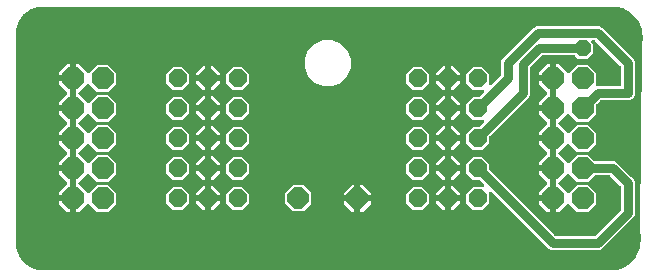
<source format=gbl>
G04 EAGLE Gerber X2 export*
%TF.Part,Single*%
%TF.FileFunction,Other,Bottom Copper*%
%TF.FilePolarity,Positive*%
%TF.GenerationSoftware,Autodesk,EAGLE,8.7.1*%
%TF.CreationDate,2018-03-26T18:39:30Z*%
G75*
%MOMM*%
%FSLAX34Y34*%
%LPD*%
%AMOC8*
5,1,8,0,0,1.08239X$1,22.5*%
G01*
%ADD10P,1.649562X8X22.500000*%
%ADD11P,1.649562X8X202.500000*%
%ADD12P,1.938236X8X112.500000*%
%ADD13P,2.034460X8X112.500000*%
%ADD14C,0.762000*%
%ADD15P,1.443367X8X22.500000*%

G36*
X524086Y-22846D02*
X524086Y-22846D01*
X524194Y-22841D01*
X524272Y-22822D01*
X524293Y-22819D01*
X524309Y-22813D01*
X524351Y-22803D01*
X527854Y-21727D01*
X527917Y-21698D01*
X527983Y-21679D01*
X528127Y-21606D01*
X534952Y-17573D01*
X535046Y-17500D01*
X535144Y-17433D01*
X535187Y-17390D01*
X535203Y-17378D01*
X535216Y-17362D01*
X535258Y-17320D01*
X540503Y-11374D01*
X540570Y-11276D01*
X540643Y-11182D01*
X540670Y-11128D01*
X540682Y-11111D01*
X540689Y-11092D01*
X540716Y-11039D01*
X543867Y-3764D01*
X543900Y-3650D01*
X543940Y-3538D01*
X543950Y-3478D01*
X543956Y-3459D01*
X543956Y-3438D01*
X543966Y-3379D01*
X544714Y4513D01*
X544712Y4583D01*
X544720Y4651D01*
X544707Y4812D01*
X544285Y7786D01*
X544284Y7791D01*
X544284Y7795D01*
X544277Y7818D01*
X544276Y7840D01*
X544240Y7949D01*
X544201Y8093D01*
X544199Y8097D01*
X544198Y8101D01*
X544183Y8127D01*
X544178Y8142D01*
X544132Y8214D01*
X544120Y8235D01*
X544061Y8339D01*
X544066Y8985D01*
X544058Y9049D01*
X544060Y9113D01*
X544035Y9272D01*
X543899Y9881D01*
X543929Y9944D01*
X543985Y10043D01*
X543996Y10088D01*
X544016Y10129D01*
X544037Y10240D01*
X544067Y10351D01*
X544072Y10420D01*
X544076Y10441D01*
X544074Y10460D01*
X544078Y10511D01*
X545330Y167196D01*
X545316Y167319D01*
X545308Y167443D01*
X545297Y167477D01*
X545293Y167512D01*
X545248Y167627D01*
X545210Y167746D01*
X545185Y167791D01*
X545178Y167809D01*
X545170Y167821D01*
X545312Y168459D01*
X545317Y168512D01*
X545331Y168564D01*
X545343Y168725D01*
X545348Y169417D01*
X545390Y169470D01*
X545396Y169484D01*
X545405Y169495D01*
X545460Y169629D01*
X545519Y169761D01*
X545521Y169776D01*
X545527Y169789D01*
X545559Y169947D01*
X545977Y172888D01*
X545978Y172957D01*
X545989Y173026D01*
X545984Y173187D01*
X545236Y181079D01*
X545210Y181195D01*
X545191Y181312D01*
X545171Y181370D01*
X545166Y181390D01*
X545157Y181408D01*
X545137Y181464D01*
X541986Y188739D01*
X541925Y188841D01*
X541872Y188947D01*
X541834Y188995D01*
X541824Y189013D01*
X541809Y189027D01*
X541773Y189074D01*
X536528Y195020D01*
X536439Y195098D01*
X536355Y195182D01*
X536326Y195202D01*
X536319Y195209D01*
X536305Y195216D01*
X536289Y195230D01*
X536271Y195239D01*
X536222Y195273D01*
X529397Y199306D01*
X529333Y199334D01*
X529274Y199370D01*
X529124Y199427D01*
X525621Y200503D01*
X525514Y200522D01*
X525408Y200549D01*
X525329Y200554D01*
X525307Y200558D01*
X525291Y200557D01*
X525248Y200559D01*
X38000Y200559D01*
X37978Y200557D01*
X37900Y200555D01*
X34539Y200291D01*
X34471Y200277D01*
X34402Y200273D01*
X34246Y200233D01*
X27852Y198155D01*
X27744Y198104D01*
X27634Y198061D01*
X27582Y198028D01*
X27564Y198019D01*
X27548Y198007D01*
X27498Y197975D01*
X22058Y194023D01*
X21972Y193941D01*
X21880Y193866D01*
X21841Y193819D01*
X21826Y193805D01*
X21815Y193788D01*
X21777Y193742D01*
X17825Y188302D01*
X17768Y188198D01*
X17705Y188098D01*
X17682Y188042D01*
X17672Y188024D01*
X17667Y188004D01*
X17645Y187948D01*
X15567Y181554D01*
X15554Y181486D01*
X15532Y181421D01*
X15509Y181261D01*
X15245Y177900D01*
X15246Y177878D01*
X15241Y177800D01*
X15241Y0D01*
X15243Y-22D01*
X15245Y-100D01*
X15510Y-3477D01*
X15524Y-3545D01*
X15529Y-3614D01*
X15569Y-3770D01*
X17656Y-10194D01*
X17706Y-10301D01*
X17750Y-10412D01*
X17783Y-10463D01*
X17791Y-10482D01*
X17804Y-10497D01*
X17836Y-10548D01*
X21807Y-16012D01*
X21827Y-16034D01*
X21838Y-16052D01*
X21884Y-16095D01*
X21888Y-16099D01*
X21964Y-16191D01*
X22010Y-16229D01*
X22024Y-16244D01*
X22042Y-16255D01*
X22088Y-16293D01*
X27296Y-20078D01*
X27552Y-20264D01*
X27656Y-20321D01*
X27756Y-20385D01*
X27813Y-20407D01*
X27831Y-20417D01*
X27851Y-20422D01*
X27906Y-20444D01*
X34330Y-22531D01*
X34398Y-22544D01*
X34464Y-22567D01*
X34623Y-22590D01*
X38000Y-22855D01*
X38022Y-22854D01*
X38100Y-22859D01*
X523978Y-22859D01*
X524086Y-22846D01*
G37*
%LPC*%
G36*
X468738Y-5843D02*
X468738Y-5843D01*
X466590Y-4953D01*
X418219Y43418D01*
X418110Y43503D01*
X418003Y43592D01*
X417984Y43600D01*
X417968Y43613D01*
X417840Y43668D01*
X417715Y43727D01*
X417695Y43731D01*
X417676Y43739D01*
X417538Y43761D01*
X417402Y43787D01*
X417382Y43786D01*
X417362Y43789D01*
X417223Y43776D01*
X417085Y43767D01*
X417066Y43761D01*
X417046Y43759D01*
X416914Y43712D01*
X416783Y43669D01*
X416765Y43658D01*
X416746Y43651D01*
X416631Y43573D01*
X416514Y43499D01*
X416500Y43484D01*
X416483Y43473D01*
X416391Y43369D01*
X416296Y43267D01*
X416286Y43250D01*
X416273Y43234D01*
X416209Y43110D01*
X416142Y42989D01*
X416137Y42969D01*
X416128Y42951D01*
X416098Y42815D01*
X416063Y42681D01*
X416061Y42653D01*
X416058Y42641D01*
X416059Y42620D01*
X416053Y42520D01*
X416053Y34102D01*
X410398Y28447D01*
X402402Y28447D01*
X396747Y34102D01*
X396747Y42098D01*
X402402Y47753D01*
X410820Y47753D01*
X410958Y47770D01*
X411097Y47783D01*
X411116Y47790D01*
X411136Y47793D01*
X411265Y47844D01*
X411396Y47891D01*
X411413Y47902D01*
X411431Y47910D01*
X411544Y47991D01*
X411659Y48069D01*
X411672Y48085D01*
X411689Y48096D01*
X411778Y48204D01*
X411869Y48308D01*
X411879Y48326D01*
X411892Y48341D01*
X411951Y48467D01*
X412014Y48591D01*
X412018Y48611D01*
X412027Y48629D01*
X412053Y48765D01*
X412084Y48901D01*
X412083Y48922D01*
X412087Y48941D01*
X412078Y49080D01*
X412074Y49219D01*
X412068Y49239D01*
X412067Y49259D01*
X412024Y49391D01*
X411986Y49525D01*
X411975Y49542D01*
X411969Y49561D01*
X411895Y49679D01*
X411824Y49799D01*
X411805Y49820D01*
X411799Y49830D01*
X411784Y49844D01*
X411718Y49919D01*
X408162Y53476D01*
X408083Y53536D01*
X408011Y53604D01*
X407958Y53633D01*
X407910Y53670D01*
X407819Y53710D01*
X407733Y53758D01*
X407674Y53773D01*
X407619Y53797D01*
X407521Y53812D01*
X407425Y53837D01*
X407325Y53843D01*
X407304Y53847D01*
X407292Y53845D01*
X407264Y53847D01*
X402402Y53847D01*
X396747Y59502D01*
X396747Y67498D01*
X402402Y73153D01*
X410398Y73153D01*
X416053Y67498D01*
X416053Y62636D01*
X416065Y62538D01*
X416068Y62439D01*
X416085Y62380D01*
X416093Y62320D01*
X416129Y62228D01*
X416157Y62133D01*
X416187Y62081D01*
X416210Y62025D01*
X416268Y61945D01*
X416318Y61859D01*
X416384Y61784D01*
X416396Y61767D01*
X416406Y61760D01*
X416424Y61738D01*
X471948Y6214D01*
X472027Y6154D01*
X472099Y6086D01*
X472152Y6057D01*
X472200Y6020D01*
X472291Y5980D01*
X472377Y5932D01*
X472436Y5917D01*
X472492Y5893D01*
X472589Y5878D01*
X472685Y5853D01*
X472785Y5847D01*
X472806Y5843D01*
X472818Y5845D01*
X472846Y5843D01*
X505054Y5843D01*
X505152Y5855D01*
X505251Y5858D01*
X505310Y5875D01*
X505370Y5883D01*
X505462Y5919D01*
X505557Y5947D01*
X505609Y5977D01*
X505665Y6000D01*
X505745Y6058D01*
X505831Y6108D01*
X505906Y6174D01*
X505923Y6186D01*
X505930Y6196D01*
X505952Y6214D01*
X527186Y27448D01*
X527246Y27527D01*
X527314Y27599D01*
X527343Y27652D01*
X527380Y27700D01*
X527420Y27791D01*
X527468Y27877D01*
X527483Y27936D01*
X527507Y27992D01*
X527522Y28089D01*
X527547Y28185D01*
X527553Y28285D01*
X527557Y28306D01*
X527555Y28318D01*
X527557Y28346D01*
X527557Y47854D01*
X527545Y47952D01*
X527542Y48051D01*
X527525Y48110D01*
X527517Y48170D01*
X527481Y48262D01*
X527453Y48357D01*
X527423Y48409D01*
X527400Y48465D01*
X527342Y48545D01*
X527292Y48631D01*
X527226Y48706D01*
X527214Y48723D01*
X527204Y48730D01*
X527186Y48752D01*
X518652Y57286D01*
X518573Y57346D01*
X518501Y57414D01*
X518448Y57443D01*
X518400Y57480D01*
X518309Y57520D01*
X518223Y57568D01*
X518164Y57583D01*
X518108Y57607D01*
X518011Y57622D01*
X517915Y57647D01*
X517815Y57653D01*
X517794Y57657D01*
X517782Y57655D01*
X517754Y57657D01*
X506148Y57657D01*
X506050Y57645D01*
X505951Y57642D01*
X505893Y57625D01*
X505833Y57617D01*
X505741Y57581D01*
X505646Y57553D01*
X505594Y57523D01*
X505537Y57500D01*
X505457Y57442D01*
X505372Y57392D01*
X505296Y57326D01*
X505280Y57314D01*
X505272Y57304D01*
X505251Y57286D01*
X500035Y52069D01*
X490565Y52069D01*
X483857Y58778D01*
X483763Y58851D01*
X483673Y58930D01*
X483637Y58948D01*
X483605Y58973D01*
X483496Y59020D01*
X483390Y59074D01*
X483351Y59083D01*
X483314Y59099D01*
X483196Y59118D01*
X483080Y59144D01*
X483040Y59143D01*
X483000Y59149D01*
X482881Y59138D01*
X482762Y59134D01*
X482723Y59123D01*
X482683Y59119D01*
X482571Y59079D01*
X482457Y59046D01*
X482422Y59025D01*
X482384Y59012D01*
X482285Y58945D01*
X482183Y58884D01*
X482137Y58844D01*
X482120Y58833D01*
X482107Y58818D01*
X482062Y58778D01*
X474981Y51698D01*
X474908Y51603D01*
X474830Y51514D01*
X474811Y51478D01*
X474786Y51446D01*
X474739Y51337D01*
X474685Y51231D01*
X474676Y51192D01*
X474660Y51154D01*
X474641Y51037D01*
X474615Y50921D01*
X474617Y50880D01*
X474610Y50840D01*
X474621Y50722D01*
X474625Y50603D01*
X474636Y50564D01*
X474640Y50524D01*
X474680Y50411D01*
X474713Y50297D01*
X474734Y50263D01*
X474748Y50224D01*
X474815Y50126D01*
X474875Y50023D01*
X474915Y49978D01*
X474926Y49961D01*
X474942Y49948D01*
X474981Y49903D01*
X482062Y42822D01*
X482156Y42749D01*
X482245Y42670D01*
X482281Y42652D01*
X482313Y42627D01*
X482422Y42580D01*
X482528Y42526D01*
X482568Y42517D01*
X482605Y42501D01*
X482723Y42482D01*
X482839Y42456D01*
X482879Y42457D01*
X482919Y42451D01*
X483038Y42462D01*
X483156Y42466D01*
X483195Y42477D01*
X483236Y42481D01*
X483348Y42521D01*
X483462Y42554D01*
X483497Y42575D01*
X483535Y42588D01*
X483634Y42655D01*
X483736Y42716D01*
X483781Y42756D01*
X483798Y42767D01*
X483811Y42782D01*
X483857Y42822D01*
X490565Y49531D01*
X500035Y49531D01*
X506731Y42835D01*
X506731Y33365D01*
X500035Y26669D01*
X490565Y26669D01*
X483857Y33378D01*
X483763Y33451D01*
X483673Y33530D01*
X483637Y33548D01*
X483605Y33573D01*
X483496Y33620D01*
X483390Y33674D01*
X483351Y33683D01*
X483314Y33699D01*
X483196Y33718D01*
X483080Y33744D01*
X483040Y33743D01*
X482999Y33749D01*
X482881Y33738D01*
X482762Y33734D01*
X482723Y33723D01*
X482683Y33719D01*
X482571Y33679D01*
X482456Y33646D01*
X482422Y33625D01*
X482384Y33612D01*
X482285Y33545D01*
X482183Y33484D01*
X482137Y33444D01*
X482120Y33433D01*
X482107Y33418D01*
X482062Y33378D01*
X474845Y26161D01*
X472439Y26161D01*
X472439Y36830D01*
X472424Y36948D01*
X472417Y37067D01*
X472404Y37105D01*
X472399Y37145D01*
X472356Y37256D01*
X472319Y37369D01*
X472297Y37403D01*
X472282Y37441D01*
X472212Y37537D01*
X472149Y37638D01*
X472119Y37666D01*
X472095Y37698D01*
X472004Y37774D01*
X471917Y37856D01*
X471882Y37875D01*
X471851Y37901D01*
X471743Y37952D01*
X471639Y38009D01*
X471599Y38020D01*
X471563Y38037D01*
X471446Y38059D01*
X471331Y38089D01*
X471270Y38093D01*
X471250Y38097D01*
X471230Y38095D01*
X471170Y38099D01*
X469899Y38099D01*
X469899Y38101D01*
X471170Y38101D01*
X471288Y38116D01*
X471407Y38123D01*
X471445Y38136D01*
X471485Y38141D01*
X471596Y38185D01*
X471709Y38221D01*
X471744Y38243D01*
X471781Y38258D01*
X471877Y38328D01*
X471978Y38391D01*
X472006Y38421D01*
X472039Y38445D01*
X472114Y38536D01*
X472196Y38623D01*
X472216Y38658D01*
X472241Y38690D01*
X472292Y38797D01*
X472350Y38902D01*
X472360Y38941D01*
X472377Y38977D01*
X472399Y39094D01*
X472429Y39209D01*
X472433Y39270D01*
X472437Y39290D01*
X472435Y39310D01*
X472439Y39370D01*
X472439Y62230D01*
X472424Y62348D01*
X472417Y62467D01*
X472404Y62505D01*
X472399Y62545D01*
X472356Y62656D01*
X472319Y62769D01*
X472297Y62803D01*
X472282Y62841D01*
X472212Y62937D01*
X472149Y63038D01*
X472119Y63066D01*
X472095Y63098D01*
X472004Y63174D01*
X471917Y63256D01*
X471882Y63275D01*
X471851Y63301D01*
X471743Y63352D01*
X471639Y63409D01*
X471599Y63420D01*
X471563Y63437D01*
X471446Y63459D01*
X471331Y63489D01*
X471270Y63493D01*
X471250Y63497D01*
X471230Y63495D01*
X471170Y63499D01*
X469899Y63499D01*
X469899Y63501D01*
X471170Y63501D01*
X471288Y63516D01*
X471407Y63523D01*
X471445Y63536D01*
X471485Y63541D01*
X471596Y63585D01*
X471709Y63621D01*
X471744Y63643D01*
X471781Y63658D01*
X471877Y63728D01*
X471978Y63791D01*
X472006Y63821D01*
X472039Y63845D01*
X472114Y63936D01*
X472196Y64023D01*
X472216Y64058D01*
X472241Y64090D01*
X472292Y64197D01*
X472350Y64302D01*
X472360Y64341D01*
X472377Y64377D01*
X472399Y64494D01*
X472429Y64609D01*
X472433Y64670D01*
X472437Y64690D01*
X472435Y64710D01*
X472439Y64770D01*
X472439Y87630D01*
X472424Y87748D01*
X472417Y87867D01*
X472404Y87905D01*
X472399Y87945D01*
X472356Y88056D01*
X472319Y88169D01*
X472297Y88203D01*
X472282Y88241D01*
X472212Y88337D01*
X472149Y88438D01*
X472119Y88466D01*
X472095Y88498D01*
X472004Y88574D01*
X471917Y88656D01*
X471882Y88675D01*
X471851Y88701D01*
X471743Y88752D01*
X471639Y88809D01*
X471599Y88820D01*
X471563Y88837D01*
X471446Y88859D01*
X471331Y88889D01*
X471270Y88893D01*
X471250Y88897D01*
X471230Y88895D01*
X471170Y88899D01*
X469899Y88899D01*
X469899Y88901D01*
X471170Y88901D01*
X471288Y88916D01*
X471407Y88923D01*
X471445Y88936D01*
X471485Y88941D01*
X471596Y88985D01*
X471709Y89021D01*
X471744Y89043D01*
X471781Y89058D01*
X471877Y89128D01*
X471978Y89191D01*
X472006Y89221D01*
X472039Y89245D01*
X472114Y89336D01*
X472196Y89423D01*
X472216Y89458D01*
X472241Y89490D01*
X472292Y89597D01*
X472350Y89702D01*
X472360Y89741D01*
X472377Y89777D01*
X472399Y89894D01*
X472429Y90009D01*
X472433Y90070D01*
X472437Y90090D01*
X472435Y90110D01*
X472439Y90170D01*
X472439Y113030D01*
X472424Y113148D01*
X472417Y113267D01*
X472404Y113305D01*
X472399Y113345D01*
X472356Y113456D01*
X472319Y113569D01*
X472297Y113603D01*
X472282Y113641D01*
X472212Y113737D01*
X472149Y113838D01*
X472119Y113866D01*
X472095Y113898D01*
X472004Y113974D01*
X471917Y114056D01*
X471882Y114075D01*
X471851Y114101D01*
X471743Y114152D01*
X471639Y114209D01*
X471599Y114220D01*
X471563Y114237D01*
X471446Y114259D01*
X471331Y114289D01*
X471270Y114293D01*
X471250Y114297D01*
X471230Y114295D01*
X471170Y114299D01*
X469899Y114299D01*
X469899Y114301D01*
X471170Y114301D01*
X471288Y114316D01*
X471407Y114323D01*
X471445Y114336D01*
X471485Y114341D01*
X471596Y114385D01*
X471709Y114421D01*
X471744Y114443D01*
X471781Y114458D01*
X471877Y114528D01*
X471978Y114591D01*
X472006Y114621D01*
X472039Y114645D01*
X472114Y114736D01*
X472196Y114823D01*
X472216Y114858D01*
X472241Y114890D01*
X472292Y114997D01*
X472350Y115102D01*
X472360Y115141D01*
X472377Y115177D01*
X472399Y115294D01*
X472429Y115409D01*
X472433Y115470D01*
X472437Y115490D01*
X472435Y115510D01*
X472439Y115570D01*
X472439Y138430D01*
X472424Y138548D01*
X472417Y138667D01*
X472404Y138705D01*
X472399Y138745D01*
X472356Y138856D01*
X472319Y138969D01*
X472297Y139003D01*
X472282Y139041D01*
X472212Y139137D01*
X472149Y139238D01*
X472119Y139266D01*
X472095Y139298D01*
X472004Y139374D01*
X471917Y139456D01*
X471882Y139475D01*
X471851Y139501D01*
X471743Y139552D01*
X471639Y139609D01*
X471599Y139620D01*
X471563Y139637D01*
X471446Y139659D01*
X471331Y139689D01*
X471270Y139693D01*
X471250Y139697D01*
X471230Y139695D01*
X471170Y139699D01*
X469899Y139699D01*
X469899Y139701D01*
X471170Y139701D01*
X471288Y139716D01*
X471407Y139723D01*
X471445Y139736D01*
X471485Y139741D01*
X471596Y139785D01*
X471709Y139821D01*
X471744Y139843D01*
X471781Y139858D01*
X471877Y139928D01*
X471978Y139991D01*
X472006Y140021D01*
X472039Y140045D01*
X472114Y140136D01*
X472196Y140223D01*
X472216Y140258D01*
X472241Y140290D01*
X472292Y140397D01*
X472350Y140502D01*
X472360Y140541D01*
X472377Y140577D01*
X472399Y140694D01*
X472429Y140809D01*
X472433Y140870D01*
X472437Y140890D01*
X472435Y140910D01*
X472439Y140970D01*
X472439Y151639D01*
X474845Y151639D01*
X482062Y144422D01*
X482156Y144349D01*
X482245Y144270D01*
X482281Y144252D01*
X482313Y144227D01*
X482422Y144180D01*
X482528Y144126D01*
X482568Y144117D01*
X482605Y144101D01*
X482723Y144082D01*
X482839Y144056D01*
X482879Y144057D01*
X482919Y144051D01*
X483038Y144062D01*
X483156Y144066D01*
X483195Y144077D01*
X483236Y144081D01*
X483348Y144121D01*
X483462Y144154D01*
X483497Y144175D01*
X483535Y144188D01*
X483634Y144255D01*
X483736Y144316D01*
X483781Y144356D01*
X483798Y144367D01*
X483811Y144382D01*
X483857Y144422D01*
X490565Y151131D01*
X500035Y151131D01*
X506731Y144435D01*
X506731Y134952D01*
X506690Y134900D01*
X506601Y134793D01*
X506592Y134774D01*
X506580Y134758D01*
X506525Y134630D01*
X506466Y134505D01*
X506462Y134485D01*
X506454Y134466D01*
X506432Y134329D01*
X506406Y134192D01*
X506407Y134172D01*
X506404Y134152D01*
X506417Y134014D01*
X506425Y133875D01*
X506432Y133856D01*
X506434Y133836D01*
X506481Y133705D01*
X506524Y133573D01*
X506534Y133555D01*
X506541Y133536D01*
X506619Y133421D01*
X506694Y133304D01*
X506708Y133290D01*
X506720Y133273D01*
X506824Y133181D01*
X506925Y133086D01*
X506943Y133076D01*
X506958Y133063D01*
X507082Y133000D01*
X507204Y132932D01*
X507223Y132927D01*
X507241Y132918D01*
X507377Y132888D01*
X507512Y132853D01*
X507540Y132851D01*
X507552Y132848D01*
X507572Y132849D01*
X507672Y132843D01*
X526288Y132843D01*
X526406Y132858D01*
X526525Y132865D01*
X526563Y132878D01*
X526604Y132883D01*
X526714Y132926D01*
X526827Y132963D01*
X526862Y132985D01*
X526899Y133000D01*
X526995Y133069D01*
X527096Y133133D01*
X527124Y133163D01*
X527157Y133186D01*
X527233Y133278D01*
X527314Y133365D01*
X527334Y133400D01*
X527359Y133431D01*
X527410Y133539D01*
X527468Y133643D01*
X527478Y133683D01*
X527495Y133719D01*
X527517Y133836D01*
X527547Y133951D01*
X527551Y134011D01*
X527555Y134031D01*
X527553Y134052D01*
X527557Y134112D01*
X527557Y149454D01*
X527545Y149552D01*
X527542Y149651D01*
X527525Y149710D01*
X527517Y149770D01*
X527481Y149862D01*
X527453Y149957D01*
X527423Y150009D01*
X527400Y150065D01*
X527342Y150145D01*
X527292Y150231D01*
X527226Y150306D01*
X527214Y150323D01*
X527204Y150330D01*
X527186Y150352D01*
X505952Y171586D01*
X505873Y171646D01*
X505801Y171714D01*
X505748Y171743D01*
X505700Y171780D01*
X505609Y171820D01*
X505523Y171868D01*
X505464Y171883D01*
X505408Y171907D01*
X505311Y171922D01*
X505215Y171947D01*
X505115Y171953D01*
X505094Y171957D01*
X505082Y171955D01*
X505054Y171957D01*
X503811Y171957D01*
X503673Y171940D01*
X503535Y171927D01*
X503516Y171920D01*
X503495Y171917D01*
X503366Y171866D01*
X503235Y171819D01*
X503218Y171808D01*
X503200Y171800D01*
X503087Y171719D01*
X502972Y171641D01*
X502959Y171625D01*
X502942Y171614D01*
X502854Y171506D01*
X502762Y171402D01*
X502752Y171384D01*
X502740Y171369D01*
X502680Y171243D01*
X502617Y171119D01*
X502613Y171099D01*
X502604Y171081D01*
X502578Y170944D01*
X502547Y170809D01*
X502548Y170788D01*
X502544Y170769D01*
X502553Y170630D01*
X502557Y170491D01*
X502563Y170471D01*
X502564Y170451D01*
X502607Y170319D01*
X502645Y170185D01*
X502656Y170168D01*
X502662Y170149D01*
X502736Y170031D01*
X502807Y169911D01*
X502826Y169890D01*
X502832Y169880D01*
X502847Y169866D01*
X502913Y169791D01*
X504000Y168704D01*
X504000Y161496D01*
X498904Y156400D01*
X491696Y156400D01*
X489211Y158886D01*
X489132Y158946D01*
X489060Y159014D01*
X489007Y159043D01*
X488959Y159080D01*
X488868Y159120D01*
X488782Y159168D01*
X488723Y159183D01*
X488667Y159207D01*
X488569Y159222D01*
X488474Y159247D01*
X488374Y159253D01*
X488353Y159257D01*
X488341Y159255D01*
X488313Y159257D01*
X461096Y159257D01*
X460998Y159245D01*
X460899Y159242D01*
X460840Y159225D01*
X460780Y159217D01*
X460688Y159181D01*
X460593Y159153D01*
X460541Y159123D01*
X460485Y159100D01*
X460405Y159042D01*
X460319Y158992D01*
X460244Y158926D01*
X460227Y158914D01*
X460220Y158904D01*
X460198Y158886D01*
X450714Y149402D01*
X450654Y149323D01*
X450586Y149251D01*
X450557Y149198D01*
X450520Y149150D01*
X450480Y149059D01*
X450432Y148973D01*
X450417Y148914D01*
X450393Y148858D01*
X450378Y148761D01*
X450353Y148665D01*
X450348Y148583D01*
X450345Y148570D01*
X450346Y148560D01*
X450343Y148544D01*
X450345Y148532D01*
X450343Y148504D01*
X450343Y125838D01*
X449453Y123690D01*
X416424Y90662D01*
X416364Y90583D01*
X416296Y90511D01*
X416267Y90458D01*
X416230Y90410D01*
X416190Y90319D01*
X416142Y90233D01*
X416127Y90174D01*
X416103Y90118D01*
X416088Y90021D01*
X416063Y89925D01*
X416057Y89825D01*
X416053Y89804D01*
X416055Y89792D01*
X416053Y89764D01*
X416053Y84902D01*
X410398Y79247D01*
X402402Y79247D01*
X396747Y84902D01*
X396747Y92898D01*
X402402Y98553D01*
X407264Y98553D01*
X407362Y98565D01*
X407461Y98568D01*
X407520Y98585D01*
X407580Y98593D01*
X407672Y98629D01*
X407767Y98657D01*
X407819Y98687D01*
X407875Y98710D01*
X407955Y98768D01*
X408041Y98818D01*
X408116Y98884D01*
X408133Y98896D01*
X408140Y98906D01*
X408162Y98924D01*
X411718Y102481D01*
X411803Y102590D01*
X411892Y102697D01*
X411900Y102716D01*
X411913Y102732D01*
X411968Y102860D01*
X412027Y102985D01*
X412031Y103005D01*
X412039Y103024D01*
X412061Y103162D01*
X412087Y103298D01*
X412086Y103318D01*
X412089Y103338D01*
X412076Y103477D01*
X412067Y103615D01*
X412061Y103634D01*
X412059Y103654D01*
X412012Y103786D01*
X411969Y103917D01*
X411958Y103935D01*
X411951Y103954D01*
X411873Y104069D01*
X411799Y104186D01*
X411784Y104200D01*
X411773Y104217D01*
X411669Y104309D01*
X411567Y104404D01*
X411550Y104414D01*
X411534Y104427D01*
X411410Y104491D01*
X411289Y104558D01*
X411269Y104563D01*
X411251Y104572D01*
X411115Y104602D01*
X410981Y104637D01*
X410953Y104639D01*
X410941Y104642D01*
X410920Y104641D01*
X410820Y104647D01*
X402402Y104647D01*
X396747Y110302D01*
X396747Y118298D01*
X402402Y123953D01*
X407264Y123953D01*
X407362Y123965D01*
X407461Y123968D01*
X407520Y123985D01*
X407580Y123993D01*
X407672Y124029D01*
X407767Y124057D01*
X407819Y124087D01*
X407875Y124110D01*
X407955Y124168D01*
X408041Y124218D01*
X408116Y124284D01*
X408133Y124296D01*
X408140Y124306D01*
X408162Y124324D01*
X411718Y127881D01*
X411803Y127990D01*
X411892Y128097D01*
X411900Y128116D01*
X411913Y128132D01*
X411968Y128260D01*
X412027Y128385D01*
X412031Y128405D01*
X412039Y128424D01*
X412061Y128562D01*
X412087Y128698D01*
X412086Y128718D01*
X412089Y128738D01*
X412076Y128877D01*
X412067Y129015D01*
X412061Y129034D01*
X412059Y129054D01*
X412012Y129186D01*
X411969Y129317D01*
X411958Y129335D01*
X411951Y129354D01*
X411873Y129469D01*
X411799Y129586D01*
X411784Y129600D01*
X411773Y129617D01*
X411669Y129709D01*
X411567Y129804D01*
X411550Y129814D01*
X411534Y129827D01*
X411410Y129891D01*
X411289Y129958D01*
X411269Y129963D01*
X411251Y129972D01*
X411115Y130002D01*
X410981Y130037D01*
X410953Y130039D01*
X410941Y130042D01*
X410920Y130041D01*
X410820Y130047D01*
X402402Y130047D01*
X396747Y135702D01*
X396747Y143698D01*
X402402Y149353D01*
X410398Y149353D01*
X416053Y143698D01*
X416053Y135280D01*
X416070Y135142D01*
X416083Y135003D01*
X416090Y134984D01*
X416093Y134964D01*
X416144Y134835D01*
X416191Y134704D01*
X416202Y134687D01*
X416210Y134669D01*
X416291Y134557D01*
X416369Y134441D01*
X416385Y134428D01*
X416396Y134411D01*
X416504Y134323D01*
X416608Y134231D01*
X416626Y134221D01*
X416641Y134208D01*
X416767Y134149D01*
X416891Y134086D01*
X416911Y134082D01*
X416929Y134073D01*
X417065Y134047D01*
X417201Y134016D01*
X417222Y134017D01*
X417241Y134013D01*
X417380Y134022D01*
X417519Y134026D01*
X417539Y134032D01*
X417559Y134033D01*
X417691Y134076D01*
X417825Y134114D01*
X417842Y134125D01*
X417861Y134131D01*
X417979Y134206D01*
X418099Y134276D01*
X418120Y134294D01*
X418130Y134301D01*
X418144Y134316D01*
X418219Y134382D01*
X425586Y141748D01*
X425646Y141827D01*
X425714Y141899D01*
X425743Y141952D01*
X425780Y142000D01*
X425820Y142091D01*
X425868Y142177D01*
X425883Y142236D01*
X425907Y142292D01*
X425922Y142389D01*
X425947Y142485D01*
X425953Y142585D01*
X425957Y142606D01*
X425955Y142618D01*
X425957Y142646D01*
X425957Y153562D01*
X426847Y155710D01*
X453890Y182753D01*
X456038Y183643D01*
X509162Y183643D01*
X511310Y182753D01*
X538353Y155710D01*
X539243Y153562D01*
X539243Y125838D01*
X538353Y123690D01*
X536710Y122047D01*
X534562Y121157D01*
X510946Y121157D01*
X510848Y121145D01*
X510749Y121142D01*
X510690Y121125D01*
X510630Y121117D01*
X510538Y121081D01*
X510443Y121053D01*
X510391Y121023D01*
X510335Y121000D01*
X510255Y120942D01*
X510169Y120892D01*
X510094Y120826D01*
X510077Y120814D01*
X510070Y120804D01*
X510048Y120786D01*
X507102Y117840D01*
X507042Y117761D01*
X506974Y117689D01*
X506945Y117636D01*
X506908Y117588D01*
X506868Y117497D01*
X506820Y117411D01*
X506805Y117352D01*
X506781Y117296D01*
X506766Y117199D01*
X506741Y117103D01*
X506735Y117003D01*
X506731Y116982D01*
X506733Y116970D01*
X506731Y116942D01*
X506731Y109565D01*
X500035Y102869D01*
X490565Y102869D01*
X483857Y109578D01*
X483763Y109651D01*
X483673Y109730D01*
X483637Y109748D01*
X483605Y109773D01*
X483496Y109820D01*
X483390Y109874D01*
X483351Y109883D01*
X483314Y109899D01*
X483196Y109918D01*
X483080Y109944D01*
X483040Y109943D01*
X483000Y109949D01*
X482881Y109938D01*
X482762Y109934D01*
X482723Y109923D01*
X482683Y109919D01*
X482571Y109879D01*
X482457Y109846D01*
X482422Y109825D01*
X482384Y109812D01*
X482285Y109745D01*
X482183Y109684D01*
X482137Y109644D01*
X482120Y109633D01*
X482107Y109618D01*
X482062Y109578D01*
X474981Y102497D01*
X474908Y102403D01*
X474830Y102314D01*
X474811Y102278D01*
X474786Y102246D01*
X474739Y102137D01*
X474685Y102031D01*
X474676Y101992D01*
X474660Y101954D01*
X474641Y101837D01*
X474615Y101721D01*
X474617Y101680D01*
X474610Y101640D01*
X474621Y101522D01*
X474625Y101403D01*
X474636Y101364D01*
X474640Y101324D01*
X474680Y101211D01*
X474713Y101097D01*
X474734Y101062D01*
X474748Y101024D01*
X474815Y100926D01*
X474875Y100823D01*
X474915Y100778D01*
X474926Y100761D01*
X474942Y100748D01*
X474981Y100702D01*
X482062Y93622D01*
X482156Y93549D01*
X482245Y93470D01*
X482281Y93452D01*
X482313Y93427D01*
X482422Y93380D01*
X482528Y93326D01*
X482568Y93317D01*
X482605Y93301D01*
X482723Y93282D01*
X482839Y93256D01*
X482879Y93257D01*
X482919Y93251D01*
X483038Y93262D01*
X483156Y93266D01*
X483195Y93277D01*
X483236Y93281D01*
X483348Y93321D01*
X483462Y93354D01*
X483497Y93375D01*
X483535Y93388D01*
X483634Y93455D01*
X483736Y93516D01*
X483781Y93555D01*
X483798Y93567D01*
X483812Y93582D01*
X483857Y93622D01*
X490565Y100331D01*
X500035Y100331D01*
X506731Y93635D01*
X506731Y84165D01*
X500035Y77469D01*
X490565Y77469D01*
X483857Y84178D01*
X483763Y84251D01*
X483673Y84330D01*
X483637Y84348D01*
X483605Y84373D01*
X483496Y84420D01*
X483390Y84474D01*
X483351Y84483D01*
X483314Y84499D01*
X483196Y84518D01*
X483080Y84544D01*
X483040Y84543D01*
X483000Y84549D01*
X482881Y84538D01*
X482762Y84534D01*
X482723Y84523D01*
X482683Y84519D01*
X482571Y84479D01*
X482457Y84446D01*
X482422Y84425D01*
X482384Y84412D01*
X482285Y84345D01*
X482183Y84284D01*
X482137Y84244D01*
X482120Y84233D01*
X482107Y84218D01*
X482062Y84178D01*
X474981Y77097D01*
X474908Y77003D01*
X474830Y76914D01*
X474811Y76878D01*
X474786Y76846D01*
X474739Y76737D01*
X474685Y76631D01*
X474676Y76592D01*
X474660Y76554D01*
X474641Y76437D01*
X474615Y76321D01*
X474617Y76280D01*
X474610Y76240D01*
X474621Y76122D01*
X474625Y76003D01*
X474636Y75964D01*
X474640Y75924D01*
X474680Y75811D01*
X474713Y75697D01*
X474734Y75662D01*
X474748Y75624D01*
X474815Y75526D01*
X474875Y75423D01*
X474915Y75378D01*
X474926Y75361D01*
X474942Y75348D01*
X474981Y75302D01*
X482062Y68222D01*
X482156Y68149D01*
X482245Y68070D01*
X482281Y68052D01*
X482313Y68027D01*
X482422Y67980D01*
X482528Y67926D01*
X482568Y67917D01*
X482605Y67901D01*
X482723Y67882D01*
X482839Y67856D01*
X482879Y67857D01*
X482919Y67851D01*
X483038Y67862D01*
X483156Y67866D01*
X483195Y67877D01*
X483236Y67881D01*
X483348Y67921D01*
X483462Y67954D01*
X483497Y67975D01*
X483535Y67988D01*
X483634Y68055D01*
X483736Y68116D01*
X483781Y68155D01*
X483798Y68167D01*
X483812Y68182D01*
X483857Y68222D01*
X490565Y74931D01*
X500035Y74931D01*
X505251Y69714D01*
X505329Y69654D01*
X505401Y69586D01*
X505454Y69557D01*
X505502Y69520D01*
X505593Y69480D01*
X505680Y69432D01*
X505738Y69417D01*
X505794Y69393D01*
X505892Y69378D01*
X505988Y69353D01*
X506088Y69347D01*
X506108Y69343D01*
X506120Y69345D01*
X506148Y69343D01*
X521862Y69343D01*
X524010Y68453D01*
X525832Y66631D01*
X536531Y55932D01*
X538353Y54110D01*
X539243Y51962D01*
X539243Y24238D01*
X538353Y22090D01*
X536531Y20268D01*
X511310Y-4953D01*
X509162Y-5843D01*
X468738Y-5843D01*
G37*
%LPD*%
%LPC*%
G36*
X66039Y26161D02*
X66039Y26161D01*
X66039Y36830D01*
X66024Y36948D01*
X66017Y37067D01*
X66004Y37105D01*
X65999Y37145D01*
X65956Y37256D01*
X65919Y37369D01*
X65897Y37403D01*
X65882Y37441D01*
X65812Y37537D01*
X65749Y37638D01*
X65719Y37666D01*
X65695Y37698D01*
X65604Y37774D01*
X65517Y37856D01*
X65482Y37875D01*
X65451Y37901D01*
X65343Y37952D01*
X65239Y38009D01*
X65199Y38020D01*
X65163Y38037D01*
X65046Y38059D01*
X64931Y38089D01*
X64870Y38093D01*
X64850Y38097D01*
X64830Y38095D01*
X64770Y38099D01*
X63499Y38099D01*
X63499Y38101D01*
X64770Y38101D01*
X64888Y38116D01*
X65007Y38123D01*
X65045Y38136D01*
X65085Y38141D01*
X65196Y38185D01*
X65309Y38221D01*
X65344Y38243D01*
X65381Y38258D01*
X65477Y38328D01*
X65578Y38391D01*
X65606Y38421D01*
X65639Y38445D01*
X65714Y38536D01*
X65796Y38623D01*
X65816Y38658D01*
X65841Y38690D01*
X65892Y38797D01*
X65950Y38902D01*
X65960Y38941D01*
X65977Y38977D01*
X65999Y39094D01*
X66029Y39209D01*
X66033Y39270D01*
X66037Y39290D01*
X66035Y39310D01*
X66039Y39370D01*
X66039Y62230D01*
X66024Y62348D01*
X66017Y62467D01*
X66004Y62505D01*
X65999Y62545D01*
X65956Y62656D01*
X65919Y62769D01*
X65897Y62803D01*
X65882Y62841D01*
X65812Y62937D01*
X65749Y63038D01*
X65719Y63066D01*
X65695Y63098D01*
X65604Y63174D01*
X65517Y63256D01*
X65482Y63275D01*
X65451Y63301D01*
X65343Y63352D01*
X65239Y63409D01*
X65199Y63420D01*
X65163Y63437D01*
X65046Y63459D01*
X64931Y63489D01*
X64870Y63493D01*
X64850Y63497D01*
X64830Y63495D01*
X64770Y63499D01*
X63499Y63499D01*
X63499Y63501D01*
X64770Y63501D01*
X64888Y63516D01*
X65007Y63523D01*
X65045Y63536D01*
X65085Y63541D01*
X65196Y63585D01*
X65309Y63621D01*
X65344Y63643D01*
X65381Y63658D01*
X65477Y63728D01*
X65578Y63791D01*
X65606Y63821D01*
X65639Y63845D01*
X65714Y63936D01*
X65796Y64023D01*
X65816Y64058D01*
X65841Y64090D01*
X65892Y64197D01*
X65950Y64302D01*
X65960Y64341D01*
X65977Y64377D01*
X65999Y64494D01*
X66029Y64609D01*
X66033Y64670D01*
X66037Y64690D01*
X66035Y64710D01*
X66039Y64770D01*
X66039Y87630D01*
X66024Y87748D01*
X66017Y87867D01*
X66004Y87905D01*
X65999Y87945D01*
X65956Y88056D01*
X65919Y88169D01*
X65897Y88203D01*
X65882Y88241D01*
X65812Y88337D01*
X65749Y88438D01*
X65719Y88466D01*
X65695Y88498D01*
X65604Y88574D01*
X65517Y88656D01*
X65482Y88675D01*
X65451Y88701D01*
X65343Y88752D01*
X65239Y88809D01*
X65199Y88820D01*
X65163Y88837D01*
X65046Y88859D01*
X64931Y88889D01*
X64870Y88893D01*
X64850Y88897D01*
X64830Y88895D01*
X64770Y88899D01*
X63499Y88899D01*
X63499Y88901D01*
X64770Y88901D01*
X64888Y88916D01*
X65007Y88923D01*
X65045Y88936D01*
X65085Y88941D01*
X65196Y88985D01*
X65309Y89021D01*
X65344Y89043D01*
X65381Y89058D01*
X65477Y89128D01*
X65578Y89191D01*
X65606Y89221D01*
X65639Y89245D01*
X65714Y89336D01*
X65796Y89423D01*
X65816Y89458D01*
X65841Y89490D01*
X65892Y89597D01*
X65950Y89702D01*
X65960Y89741D01*
X65977Y89777D01*
X65999Y89894D01*
X66029Y90009D01*
X66033Y90070D01*
X66037Y90090D01*
X66035Y90110D01*
X66039Y90170D01*
X66039Y113030D01*
X66024Y113148D01*
X66017Y113267D01*
X66004Y113305D01*
X65999Y113345D01*
X65956Y113456D01*
X65919Y113569D01*
X65897Y113603D01*
X65882Y113641D01*
X65812Y113737D01*
X65749Y113838D01*
X65719Y113866D01*
X65695Y113898D01*
X65604Y113974D01*
X65517Y114056D01*
X65482Y114075D01*
X65451Y114101D01*
X65343Y114152D01*
X65239Y114209D01*
X65199Y114220D01*
X65163Y114237D01*
X65046Y114259D01*
X64931Y114289D01*
X64870Y114293D01*
X64850Y114297D01*
X64830Y114295D01*
X64770Y114299D01*
X63499Y114299D01*
X63499Y114301D01*
X64770Y114301D01*
X64888Y114316D01*
X65007Y114323D01*
X65045Y114336D01*
X65085Y114341D01*
X65196Y114385D01*
X65309Y114421D01*
X65344Y114443D01*
X65381Y114458D01*
X65477Y114528D01*
X65578Y114591D01*
X65606Y114621D01*
X65639Y114645D01*
X65714Y114736D01*
X65796Y114823D01*
X65816Y114858D01*
X65841Y114890D01*
X65892Y114997D01*
X65950Y115102D01*
X65960Y115141D01*
X65977Y115177D01*
X65999Y115294D01*
X66029Y115409D01*
X66033Y115470D01*
X66037Y115490D01*
X66035Y115510D01*
X66039Y115570D01*
X66039Y138430D01*
X66024Y138548D01*
X66017Y138667D01*
X66004Y138705D01*
X65999Y138745D01*
X65956Y138856D01*
X65919Y138969D01*
X65897Y139003D01*
X65882Y139041D01*
X65812Y139137D01*
X65749Y139238D01*
X65719Y139266D01*
X65695Y139298D01*
X65604Y139374D01*
X65517Y139456D01*
X65482Y139475D01*
X65451Y139501D01*
X65343Y139552D01*
X65239Y139609D01*
X65199Y139620D01*
X65163Y139637D01*
X65046Y139659D01*
X64931Y139689D01*
X64870Y139693D01*
X64850Y139697D01*
X64830Y139695D01*
X64770Y139699D01*
X63499Y139699D01*
X63499Y139701D01*
X64770Y139701D01*
X64888Y139716D01*
X65007Y139723D01*
X65045Y139736D01*
X65085Y139741D01*
X65196Y139785D01*
X65309Y139821D01*
X65344Y139843D01*
X65381Y139858D01*
X65477Y139928D01*
X65578Y139991D01*
X65606Y140021D01*
X65639Y140045D01*
X65714Y140136D01*
X65796Y140223D01*
X65816Y140258D01*
X65841Y140290D01*
X65892Y140397D01*
X65950Y140502D01*
X65960Y140541D01*
X65977Y140577D01*
X65999Y140694D01*
X66029Y140809D01*
X66033Y140870D01*
X66037Y140890D01*
X66035Y140910D01*
X66039Y140970D01*
X66039Y151639D01*
X68445Y151639D01*
X75662Y144422D01*
X75756Y144349D01*
X75845Y144270D01*
X75881Y144252D01*
X75913Y144227D01*
X76022Y144180D01*
X76128Y144126D01*
X76168Y144117D01*
X76205Y144101D01*
X76323Y144082D01*
X76439Y144056D01*
X76479Y144057D01*
X76519Y144051D01*
X76638Y144062D01*
X76756Y144066D01*
X76795Y144077D01*
X76836Y144081D01*
X76948Y144121D01*
X77062Y144154D01*
X77097Y144175D01*
X77135Y144188D01*
X77234Y144255D01*
X77336Y144316D01*
X77381Y144356D01*
X77398Y144367D01*
X77411Y144382D01*
X77457Y144422D01*
X84165Y151131D01*
X93635Y151131D01*
X100331Y144435D01*
X100331Y134965D01*
X93635Y128269D01*
X84165Y128269D01*
X77457Y134978D01*
X77363Y135051D01*
X77273Y135130D01*
X77237Y135148D01*
X77205Y135173D01*
X77096Y135220D01*
X76990Y135274D01*
X76951Y135283D01*
X76914Y135299D01*
X76796Y135318D01*
X76680Y135344D01*
X76640Y135343D01*
X76600Y135349D01*
X76481Y135338D01*
X76362Y135334D01*
X76323Y135323D01*
X76283Y135319D01*
X76171Y135279D01*
X76057Y135246D01*
X76022Y135225D01*
X75984Y135212D01*
X75885Y135145D01*
X75783Y135084D01*
X75737Y135044D01*
X75720Y135033D01*
X75707Y135018D01*
X75662Y134978D01*
X68581Y127897D01*
X68508Y127803D01*
X68430Y127714D01*
X68411Y127678D01*
X68386Y127646D01*
X68339Y127537D01*
X68285Y127431D01*
X68276Y127392D01*
X68260Y127354D01*
X68241Y127237D01*
X68215Y127121D01*
X68217Y127080D01*
X68210Y127040D01*
X68221Y126922D01*
X68225Y126803D01*
X68236Y126764D01*
X68240Y126724D01*
X68280Y126611D01*
X68313Y126497D01*
X68334Y126462D01*
X68348Y126424D01*
X68415Y126326D01*
X68475Y126223D01*
X68515Y126178D01*
X68526Y126161D01*
X68542Y126148D01*
X68581Y126102D01*
X75662Y119022D01*
X75756Y118949D01*
X75845Y118870D01*
X75881Y118852D01*
X75913Y118827D01*
X76022Y118780D01*
X76128Y118726D01*
X76168Y118717D01*
X76205Y118701D01*
X76323Y118682D01*
X76439Y118656D01*
X76479Y118657D01*
X76519Y118651D01*
X76638Y118662D01*
X76756Y118666D01*
X76795Y118677D01*
X76836Y118681D01*
X76948Y118721D01*
X77062Y118754D01*
X77097Y118775D01*
X77135Y118788D01*
X77234Y118855D01*
X77336Y118916D01*
X77381Y118955D01*
X77398Y118967D01*
X77412Y118982D01*
X77457Y119022D01*
X84165Y125731D01*
X93635Y125731D01*
X100331Y119035D01*
X100331Y109565D01*
X93635Y102869D01*
X84165Y102869D01*
X77457Y109578D01*
X77363Y109651D01*
X77273Y109730D01*
X77237Y109748D01*
X77205Y109773D01*
X77096Y109820D01*
X76990Y109874D01*
X76951Y109883D01*
X76914Y109899D01*
X76796Y109918D01*
X76680Y109944D01*
X76640Y109943D01*
X76600Y109949D01*
X76481Y109938D01*
X76362Y109934D01*
X76323Y109923D01*
X76283Y109919D01*
X76171Y109879D01*
X76057Y109846D01*
X76022Y109825D01*
X75984Y109812D01*
X75885Y109745D01*
X75783Y109684D01*
X75737Y109644D01*
X75720Y109633D01*
X75707Y109618D01*
X75662Y109578D01*
X68581Y102497D01*
X68508Y102403D01*
X68430Y102314D01*
X68411Y102278D01*
X68386Y102246D01*
X68339Y102137D01*
X68285Y102031D01*
X68276Y101992D01*
X68260Y101954D01*
X68241Y101837D01*
X68215Y101721D01*
X68217Y101680D01*
X68210Y101640D01*
X68221Y101522D01*
X68225Y101403D01*
X68236Y101364D01*
X68240Y101324D01*
X68280Y101211D01*
X68313Y101097D01*
X68334Y101062D01*
X68348Y101024D01*
X68415Y100926D01*
X68475Y100823D01*
X68515Y100778D01*
X68526Y100761D01*
X68542Y100748D01*
X68581Y100702D01*
X75662Y93622D01*
X75756Y93549D01*
X75845Y93470D01*
X75881Y93452D01*
X75913Y93427D01*
X76022Y93380D01*
X76128Y93326D01*
X76168Y93317D01*
X76205Y93301D01*
X76323Y93282D01*
X76439Y93256D01*
X76479Y93257D01*
X76519Y93251D01*
X76638Y93262D01*
X76756Y93266D01*
X76795Y93277D01*
X76836Y93281D01*
X76948Y93321D01*
X77062Y93354D01*
X77097Y93375D01*
X77135Y93388D01*
X77234Y93455D01*
X77336Y93516D01*
X77381Y93555D01*
X77398Y93567D01*
X77412Y93582D01*
X77457Y93622D01*
X84165Y100331D01*
X93635Y100331D01*
X100331Y93635D01*
X100331Y84165D01*
X93635Y77469D01*
X84165Y77469D01*
X77457Y84178D01*
X77363Y84251D01*
X77273Y84330D01*
X77237Y84348D01*
X77205Y84373D01*
X77096Y84420D01*
X76990Y84474D01*
X76951Y84483D01*
X76914Y84499D01*
X76796Y84518D01*
X76680Y84544D01*
X76640Y84543D01*
X76600Y84549D01*
X76481Y84538D01*
X76362Y84534D01*
X76323Y84523D01*
X76283Y84519D01*
X76171Y84479D01*
X76057Y84446D01*
X76022Y84425D01*
X75984Y84412D01*
X75885Y84345D01*
X75783Y84284D01*
X75737Y84244D01*
X75720Y84233D01*
X75707Y84218D01*
X75662Y84178D01*
X68581Y77097D01*
X68508Y77003D01*
X68430Y76914D01*
X68411Y76878D01*
X68386Y76846D01*
X68339Y76737D01*
X68285Y76631D01*
X68276Y76592D01*
X68260Y76554D01*
X68241Y76437D01*
X68215Y76321D01*
X68217Y76280D01*
X68210Y76240D01*
X68221Y76122D01*
X68225Y76003D01*
X68236Y75964D01*
X68240Y75924D01*
X68280Y75811D01*
X68313Y75697D01*
X68334Y75662D01*
X68348Y75624D01*
X68415Y75526D01*
X68475Y75423D01*
X68515Y75378D01*
X68526Y75361D01*
X68542Y75348D01*
X68581Y75302D01*
X75662Y68222D01*
X75756Y68149D01*
X75845Y68070D01*
X75881Y68052D01*
X75913Y68027D01*
X76022Y67980D01*
X76128Y67926D01*
X76168Y67917D01*
X76205Y67901D01*
X76323Y67882D01*
X76439Y67856D01*
X76479Y67857D01*
X76519Y67851D01*
X76638Y67862D01*
X76756Y67866D01*
X76795Y67877D01*
X76836Y67881D01*
X76948Y67921D01*
X77062Y67954D01*
X77097Y67975D01*
X77135Y67988D01*
X77234Y68055D01*
X77336Y68116D01*
X77381Y68155D01*
X77398Y68167D01*
X77412Y68182D01*
X77457Y68222D01*
X84165Y74931D01*
X93635Y74931D01*
X100331Y68235D01*
X100331Y58765D01*
X93635Y52069D01*
X84165Y52069D01*
X77457Y58778D01*
X77363Y58851D01*
X77273Y58930D01*
X77237Y58948D01*
X77205Y58973D01*
X77096Y59020D01*
X76990Y59074D01*
X76951Y59083D01*
X76914Y59099D01*
X76796Y59118D01*
X76680Y59144D01*
X76640Y59143D01*
X76600Y59149D01*
X76481Y59138D01*
X76362Y59134D01*
X76323Y59123D01*
X76283Y59119D01*
X76171Y59079D01*
X76057Y59046D01*
X76022Y59025D01*
X75984Y59012D01*
X75885Y58945D01*
X75783Y58884D01*
X75737Y58844D01*
X75720Y58833D01*
X75707Y58818D01*
X75662Y58778D01*
X68581Y51697D01*
X68508Y51603D01*
X68430Y51514D01*
X68411Y51478D01*
X68386Y51446D01*
X68339Y51337D01*
X68285Y51231D01*
X68276Y51192D01*
X68260Y51154D01*
X68241Y51037D01*
X68215Y50921D01*
X68217Y50880D01*
X68210Y50840D01*
X68221Y50722D01*
X68225Y50603D01*
X68236Y50564D01*
X68240Y50524D01*
X68280Y50411D01*
X68313Y50297D01*
X68334Y50262D01*
X68348Y50224D01*
X68415Y50126D01*
X68475Y50023D01*
X68515Y49978D01*
X68526Y49961D01*
X68542Y49948D01*
X68581Y49902D01*
X75662Y42822D01*
X75756Y42749D01*
X75845Y42670D01*
X75881Y42652D01*
X75913Y42627D01*
X76022Y42580D01*
X76128Y42526D01*
X76168Y42517D01*
X76205Y42501D01*
X76323Y42482D01*
X76439Y42456D01*
X76479Y42457D01*
X76519Y42451D01*
X76638Y42462D01*
X76756Y42466D01*
X76795Y42477D01*
X76836Y42481D01*
X76948Y42521D01*
X77062Y42554D01*
X77097Y42575D01*
X77135Y42588D01*
X77234Y42655D01*
X77336Y42716D01*
X77381Y42755D01*
X77398Y42767D01*
X77412Y42782D01*
X77457Y42822D01*
X84165Y49531D01*
X93635Y49531D01*
X100331Y42835D01*
X100331Y33365D01*
X93635Y26669D01*
X84165Y26669D01*
X77457Y33378D01*
X77363Y33451D01*
X77273Y33530D01*
X77237Y33548D01*
X77205Y33573D01*
X77096Y33620D01*
X76990Y33674D01*
X76951Y33683D01*
X76914Y33699D01*
X76796Y33718D01*
X76680Y33744D01*
X76640Y33743D01*
X76600Y33749D01*
X76481Y33738D01*
X76362Y33734D01*
X76323Y33723D01*
X76283Y33719D01*
X76171Y33679D01*
X76057Y33646D01*
X76022Y33625D01*
X75984Y33612D01*
X75885Y33545D01*
X75783Y33484D01*
X75737Y33444D01*
X75720Y33433D01*
X75707Y33418D01*
X75662Y33378D01*
X68445Y26161D01*
X66039Y26161D01*
G37*
%LPD*%
%LPC*%
G36*
X275509Y132841D02*
X275509Y132841D01*
X268321Y135819D01*
X262819Y141321D01*
X259841Y148509D01*
X259841Y156291D01*
X262819Y163479D01*
X268321Y168981D01*
X275509Y171959D01*
X283290Y171959D01*
X290479Y168981D01*
X295981Y163479D01*
X298959Y156291D01*
X298959Y148509D01*
X295981Y141321D01*
X290479Y135819D01*
X283291Y132841D01*
X275509Y132841D01*
G37*
%LPD*%
%LPC*%
G36*
X249849Y27114D02*
X249849Y27114D01*
X243414Y33549D01*
X243414Y42651D01*
X249849Y49086D01*
X258951Y49086D01*
X265386Y42651D01*
X265386Y33549D01*
X258951Y27114D01*
X249849Y27114D01*
G37*
%LPD*%
%LPC*%
G36*
X148402Y53847D02*
X148402Y53847D01*
X142747Y59502D01*
X142747Y67498D01*
X148402Y73153D01*
X156398Y73153D01*
X162053Y67498D01*
X162053Y59502D01*
X156398Y53847D01*
X148402Y53847D01*
G37*
%LPD*%
%LPC*%
G36*
X148402Y130047D02*
X148402Y130047D01*
X142747Y135702D01*
X142747Y143698D01*
X148402Y149353D01*
X156398Y149353D01*
X162053Y143698D01*
X162053Y135702D01*
X156398Y130047D01*
X148402Y130047D01*
G37*
%LPD*%
%LPC*%
G36*
X199202Y130047D02*
X199202Y130047D01*
X193547Y135702D01*
X193547Y143698D01*
X199202Y149353D01*
X207198Y149353D01*
X212853Y143698D01*
X212853Y135702D01*
X207198Y130047D01*
X199202Y130047D01*
G37*
%LPD*%
%LPC*%
G36*
X351602Y130047D02*
X351602Y130047D01*
X345947Y135702D01*
X345947Y143698D01*
X351602Y149353D01*
X359598Y149353D01*
X365253Y143698D01*
X365253Y135702D01*
X359598Y130047D01*
X351602Y130047D01*
G37*
%LPD*%
%LPC*%
G36*
X199202Y53847D02*
X199202Y53847D01*
X193547Y59502D01*
X193547Y67498D01*
X199202Y73153D01*
X207198Y73153D01*
X212853Y67498D01*
X212853Y59502D01*
X207198Y53847D01*
X199202Y53847D01*
G37*
%LPD*%
%LPC*%
G36*
X351602Y53847D02*
X351602Y53847D01*
X345947Y59502D01*
X345947Y67498D01*
X351602Y73153D01*
X359598Y73153D01*
X365253Y67498D01*
X365253Y59502D01*
X359598Y53847D01*
X351602Y53847D01*
G37*
%LPD*%
%LPC*%
G36*
X148402Y79247D02*
X148402Y79247D01*
X142747Y84902D01*
X142747Y92898D01*
X148402Y98553D01*
X156398Y98553D01*
X162053Y92898D01*
X162053Y84902D01*
X156398Y79247D01*
X148402Y79247D01*
G37*
%LPD*%
%LPC*%
G36*
X199202Y79247D02*
X199202Y79247D01*
X193547Y84902D01*
X193547Y92898D01*
X199202Y98553D01*
X207198Y98553D01*
X212853Y92898D01*
X212853Y84902D01*
X207198Y79247D01*
X199202Y79247D01*
G37*
%LPD*%
%LPC*%
G36*
X351602Y79247D02*
X351602Y79247D01*
X345947Y84902D01*
X345947Y92898D01*
X351602Y98553D01*
X359598Y98553D01*
X365253Y92898D01*
X365253Y84902D01*
X359598Y79247D01*
X351602Y79247D01*
G37*
%LPD*%
%LPC*%
G36*
X148402Y28447D02*
X148402Y28447D01*
X142747Y34102D01*
X142747Y42098D01*
X148402Y47753D01*
X156398Y47753D01*
X162053Y42098D01*
X162053Y34102D01*
X156398Y28447D01*
X148402Y28447D01*
G37*
%LPD*%
%LPC*%
G36*
X199202Y28447D02*
X199202Y28447D01*
X193547Y34102D01*
X193547Y42098D01*
X199202Y47753D01*
X207198Y47753D01*
X212853Y42098D01*
X212853Y34102D01*
X207198Y28447D01*
X199202Y28447D01*
G37*
%LPD*%
%LPC*%
G36*
X351602Y104647D02*
X351602Y104647D01*
X345947Y110302D01*
X345947Y118298D01*
X351602Y123953D01*
X359598Y123953D01*
X365253Y118298D01*
X365253Y110302D01*
X359598Y104647D01*
X351602Y104647D01*
G37*
%LPD*%
%LPC*%
G36*
X199202Y104647D02*
X199202Y104647D01*
X193547Y110302D01*
X193547Y118298D01*
X199202Y123953D01*
X207198Y123953D01*
X212853Y118298D01*
X212853Y110302D01*
X207198Y104647D01*
X199202Y104647D01*
G37*
%LPD*%
%LPC*%
G36*
X148402Y104647D02*
X148402Y104647D01*
X142747Y110302D01*
X142747Y118298D01*
X148402Y123953D01*
X156398Y123953D01*
X162053Y118298D01*
X162053Y110302D01*
X156398Y104647D01*
X148402Y104647D01*
G37*
%LPD*%
%LPC*%
G36*
X351602Y28447D02*
X351602Y28447D01*
X345947Y34102D01*
X345947Y42098D01*
X351602Y47753D01*
X359598Y47753D01*
X365253Y42098D01*
X365253Y34102D01*
X359598Y28447D01*
X351602Y28447D01*
G37*
%LPD*%
%LPC*%
G36*
X457961Y40639D02*
X457961Y40639D01*
X457961Y43045D01*
X464819Y49903D01*
X464892Y49997D01*
X464970Y50086D01*
X464989Y50122D01*
X465014Y50154D01*
X465061Y50263D01*
X465115Y50369D01*
X465124Y50408D01*
X465140Y50446D01*
X465159Y50563D01*
X465185Y50679D01*
X465183Y50720D01*
X465190Y50760D01*
X465179Y50878D01*
X465175Y50997D01*
X465164Y51036D01*
X465160Y51076D01*
X465120Y51189D01*
X465087Y51303D01*
X465066Y51338D01*
X465052Y51376D01*
X464985Y51474D01*
X464925Y51577D01*
X464885Y51622D01*
X464874Y51639D01*
X464858Y51652D01*
X464819Y51698D01*
X457961Y58555D01*
X457961Y60961D01*
X467361Y60961D01*
X467361Y40639D01*
X457961Y40639D01*
G37*
%LPD*%
%LPC*%
G36*
X51561Y91439D02*
X51561Y91439D01*
X51561Y93845D01*
X58419Y100702D01*
X58492Y100797D01*
X58570Y100886D01*
X58589Y100922D01*
X58614Y100954D01*
X58661Y101063D01*
X58715Y101169D01*
X58724Y101208D01*
X58740Y101246D01*
X58759Y101363D01*
X58785Y101479D01*
X58783Y101520D01*
X58790Y101560D01*
X58779Y101678D01*
X58775Y101797D01*
X58764Y101836D01*
X58760Y101876D01*
X58720Y101988D01*
X58687Y102103D01*
X58666Y102137D01*
X58652Y102176D01*
X58585Y102274D01*
X58525Y102377D01*
X58485Y102422D01*
X58474Y102439D01*
X58458Y102452D01*
X58419Y102497D01*
X51561Y109355D01*
X51561Y111761D01*
X60961Y111761D01*
X60961Y91439D01*
X51561Y91439D01*
G37*
%LPD*%
%LPC*%
G36*
X457961Y91439D02*
X457961Y91439D01*
X457961Y93845D01*
X464819Y100702D01*
X464892Y100797D01*
X464970Y100886D01*
X464989Y100922D01*
X465014Y100954D01*
X465061Y101063D01*
X465115Y101169D01*
X465124Y101208D01*
X465140Y101246D01*
X465159Y101363D01*
X465185Y101479D01*
X465183Y101520D01*
X465190Y101560D01*
X465179Y101678D01*
X465175Y101797D01*
X465164Y101836D01*
X465160Y101876D01*
X465120Y101988D01*
X465087Y102103D01*
X465066Y102137D01*
X465052Y102176D01*
X464985Y102274D01*
X464925Y102377D01*
X464885Y102422D01*
X464874Y102439D01*
X464858Y102452D01*
X464819Y102497D01*
X457961Y109355D01*
X457961Y111761D01*
X467361Y111761D01*
X467361Y91439D01*
X457961Y91439D01*
G37*
%LPD*%
%LPC*%
G36*
X51561Y40639D02*
X51561Y40639D01*
X51561Y43045D01*
X58419Y49902D01*
X58492Y49997D01*
X58570Y50086D01*
X58589Y50122D01*
X58614Y50154D01*
X58661Y50263D01*
X58715Y50369D01*
X58724Y50408D01*
X58740Y50446D01*
X58759Y50563D01*
X58785Y50679D01*
X58783Y50720D01*
X58790Y50760D01*
X58779Y50878D01*
X58775Y50997D01*
X58764Y51036D01*
X58760Y51076D01*
X58720Y51189D01*
X58687Y51303D01*
X58666Y51337D01*
X58652Y51376D01*
X58585Y51474D01*
X58525Y51577D01*
X58485Y51622D01*
X58474Y51639D01*
X58458Y51652D01*
X58419Y51697D01*
X51561Y58555D01*
X51561Y60961D01*
X60961Y60961D01*
X60961Y40639D01*
X51561Y40639D01*
G37*
%LPD*%
%LPC*%
G36*
X457961Y116839D02*
X457961Y116839D01*
X457961Y119245D01*
X464819Y126102D01*
X464892Y126197D01*
X464970Y126286D01*
X464989Y126322D01*
X465014Y126354D01*
X465061Y126463D01*
X465115Y126569D01*
X465124Y126608D01*
X465140Y126646D01*
X465159Y126763D01*
X465185Y126879D01*
X465183Y126920D01*
X465190Y126960D01*
X465179Y127078D01*
X465175Y127197D01*
X465164Y127236D01*
X465160Y127276D01*
X465120Y127389D01*
X465087Y127503D01*
X465066Y127537D01*
X465052Y127576D01*
X464985Y127674D01*
X464925Y127777D01*
X464885Y127822D01*
X464874Y127839D01*
X464858Y127852D01*
X464819Y127897D01*
X457961Y134755D01*
X457961Y137161D01*
X467361Y137161D01*
X467361Y116839D01*
X457961Y116839D01*
G37*
%LPD*%
%LPC*%
G36*
X51561Y66039D02*
X51561Y66039D01*
X51561Y68445D01*
X58419Y75302D01*
X58492Y75397D01*
X58570Y75486D01*
X58589Y75522D01*
X58614Y75554D01*
X58661Y75663D01*
X58715Y75769D01*
X58724Y75808D01*
X58740Y75846D01*
X58759Y75963D01*
X58785Y76079D01*
X58783Y76120D01*
X58790Y76160D01*
X58779Y76278D01*
X58775Y76397D01*
X58764Y76436D01*
X58760Y76476D01*
X58720Y76589D01*
X58687Y76703D01*
X58666Y76737D01*
X58652Y76776D01*
X58585Y76874D01*
X58525Y76977D01*
X58485Y77022D01*
X58474Y77039D01*
X58458Y77052D01*
X58419Y77097D01*
X51561Y83955D01*
X51561Y86361D01*
X60961Y86361D01*
X60961Y66039D01*
X51561Y66039D01*
G37*
%LPD*%
%LPC*%
G36*
X457961Y66039D02*
X457961Y66039D01*
X457961Y68445D01*
X464819Y75302D01*
X464892Y75397D01*
X464970Y75486D01*
X464989Y75522D01*
X465014Y75554D01*
X465061Y75663D01*
X465115Y75769D01*
X465124Y75808D01*
X465140Y75846D01*
X465159Y75963D01*
X465185Y76079D01*
X465183Y76120D01*
X465190Y76160D01*
X465179Y76278D01*
X465175Y76397D01*
X465164Y76436D01*
X465160Y76476D01*
X465120Y76589D01*
X465087Y76703D01*
X465066Y76737D01*
X465052Y76776D01*
X464985Y76874D01*
X464925Y76977D01*
X464885Y77022D01*
X464874Y77039D01*
X464858Y77052D01*
X464819Y77097D01*
X457961Y83955D01*
X457961Y86361D01*
X467361Y86361D01*
X467361Y66039D01*
X457961Y66039D01*
G37*
%LPD*%
%LPC*%
G36*
X51561Y116839D02*
X51561Y116839D01*
X51561Y119245D01*
X58419Y126102D01*
X58492Y126197D01*
X58570Y126286D01*
X58589Y126322D01*
X58614Y126354D01*
X58661Y126463D01*
X58715Y126569D01*
X58724Y126608D01*
X58740Y126646D01*
X58759Y126763D01*
X58785Y126879D01*
X58783Y126920D01*
X58790Y126960D01*
X58779Y127078D01*
X58775Y127197D01*
X58764Y127236D01*
X58760Y127276D01*
X58720Y127389D01*
X58687Y127503D01*
X58666Y127537D01*
X58652Y127576D01*
X58585Y127674D01*
X58525Y127777D01*
X58485Y127822D01*
X58474Y127839D01*
X58458Y127852D01*
X58419Y127897D01*
X51561Y134755D01*
X51561Y137161D01*
X60961Y137161D01*
X60961Y116839D01*
X51561Y116839D01*
G37*
%LPD*%
%LPC*%
G36*
X457961Y142239D02*
X457961Y142239D01*
X457961Y144645D01*
X464955Y151639D01*
X467361Y151639D01*
X467361Y142239D01*
X457961Y142239D01*
G37*
%LPD*%
%LPC*%
G36*
X51561Y142239D02*
X51561Y142239D01*
X51561Y144645D01*
X58555Y151639D01*
X60961Y151639D01*
X60961Y142239D01*
X51561Y142239D01*
G37*
%LPD*%
%LPC*%
G36*
X464955Y26161D02*
X464955Y26161D01*
X457961Y33155D01*
X457961Y35561D01*
X467361Y35561D01*
X467361Y26161D01*
X464955Y26161D01*
G37*
%LPD*%
%LPC*%
G36*
X58555Y26161D02*
X58555Y26161D01*
X51561Y33155D01*
X51561Y35561D01*
X60961Y35561D01*
X60961Y26161D01*
X58555Y26161D01*
G37*
%LPD*%
%LPC*%
G36*
X306939Y40639D02*
X306939Y40639D01*
X306939Y49594D01*
X309161Y49594D01*
X315894Y42861D01*
X315894Y40639D01*
X306939Y40639D01*
G37*
%LPD*%
%LPC*%
G36*
X292906Y40639D02*
X292906Y40639D01*
X292906Y42861D01*
X299639Y49594D01*
X301861Y49594D01*
X301861Y40639D01*
X292906Y40639D01*
G37*
%LPD*%
%LPC*%
G36*
X306939Y26606D02*
X306939Y26606D01*
X306939Y35561D01*
X315894Y35561D01*
X315894Y33339D01*
X309161Y26606D01*
X306939Y26606D01*
G37*
%LPD*%
%LPC*%
G36*
X299639Y26606D02*
X299639Y26606D01*
X292906Y33339D01*
X292906Y35561D01*
X301861Y35561D01*
X301861Y26606D01*
X299639Y26606D01*
G37*
%LPD*%
%LPC*%
G36*
X383539Y142239D02*
X383539Y142239D01*
X383539Y149861D01*
X385209Y149861D01*
X391161Y143909D01*
X391161Y142239D01*
X383539Y142239D01*
G37*
%LPD*%
%LPC*%
G36*
X383539Y40639D02*
X383539Y40639D01*
X383539Y48261D01*
X385209Y48261D01*
X391161Y42309D01*
X391161Y40639D01*
X383539Y40639D01*
G37*
%LPD*%
%LPC*%
G36*
X180339Y142239D02*
X180339Y142239D01*
X180339Y149861D01*
X182009Y149861D01*
X187961Y143909D01*
X187961Y142239D01*
X180339Y142239D01*
G37*
%LPD*%
%LPC*%
G36*
X383539Y116839D02*
X383539Y116839D01*
X383539Y124461D01*
X385209Y124461D01*
X391161Y118509D01*
X391161Y116839D01*
X383539Y116839D01*
G37*
%LPD*%
%LPC*%
G36*
X180339Y91439D02*
X180339Y91439D01*
X180339Y99061D01*
X182009Y99061D01*
X187961Y93109D01*
X187961Y91439D01*
X180339Y91439D01*
G37*
%LPD*%
%LPC*%
G36*
X180339Y116839D02*
X180339Y116839D01*
X180339Y124461D01*
X182009Y124461D01*
X187961Y118509D01*
X187961Y116839D01*
X180339Y116839D01*
G37*
%LPD*%
%LPC*%
G36*
X383539Y91439D02*
X383539Y91439D01*
X383539Y99061D01*
X385209Y99061D01*
X391161Y93109D01*
X391161Y91439D01*
X383539Y91439D01*
G37*
%LPD*%
%LPC*%
G36*
X383539Y66039D02*
X383539Y66039D01*
X383539Y73661D01*
X385209Y73661D01*
X391161Y67709D01*
X391161Y66039D01*
X383539Y66039D01*
G37*
%LPD*%
%LPC*%
G36*
X180339Y40639D02*
X180339Y40639D01*
X180339Y48261D01*
X182009Y48261D01*
X187961Y42309D01*
X187961Y40639D01*
X180339Y40639D01*
G37*
%LPD*%
%LPC*%
G36*
X180339Y66039D02*
X180339Y66039D01*
X180339Y73661D01*
X182009Y73661D01*
X187961Y67709D01*
X187961Y66039D01*
X180339Y66039D01*
G37*
%LPD*%
%LPC*%
G36*
X370839Y142239D02*
X370839Y142239D01*
X370839Y143909D01*
X376791Y149861D01*
X378461Y149861D01*
X378461Y142239D01*
X370839Y142239D01*
G37*
%LPD*%
%LPC*%
G36*
X167639Y142239D02*
X167639Y142239D01*
X167639Y143909D01*
X173591Y149861D01*
X175261Y149861D01*
X175261Y142239D01*
X167639Y142239D01*
G37*
%LPD*%
%LPC*%
G36*
X167639Y116839D02*
X167639Y116839D01*
X167639Y118509D01*
X173591Y124461D01*
X175261Y124461D01*
X175261Y116839D01*
X167639Y116839D01*
G37*
%LPD*%
%LPC*%
G36*
X383539Y27939D02*
X383539Y27939D01*
X383539Y35561D01*
X391161Y35561D01*
X391161Y33891D01*
X385209Y27939D01*
X383539Y27939D01*
G37*
%LPD*%
%LPC*%
G36*
X383539Y129539D02*
X383539Y129539D01*
X383539Y137161D01*
X391161Y137161D01*
X391161Y135491D01*
X385209Y129539D01*
X383539Y129539D01*
G37*
%LPD*%
%LPC*%
G36*
X180339Y27939D02*
X180339Y27939D01*
X180339Y35561D01*
X187961Y35561D01*
X187961Y33891D01*
X182009Y27939D01*
X180339Y27939D01*
G37*
%LPD*%
%LPC*%
G36*
X180339Y129539D02*
X180339Y129539D01*
X180339Y137161D01*
X187961Y137161D01*
X187961Y135491D01*
X182009Y129539D01*
X180339Y129539D01*
G37*
%LPD*%
%LPC*%
G36*
X370839Y116839D02*
X370839Y116839D01*
X370839Y118509D01*
X376791Y124461D01*
X378461Y124461D01*
X378461Y116839D01*
X370839Y116839D01*
G37*
%LPD*%
%LPC*%
G36*
X167639Y91439D02*
X167639Y91439D01*
X167639Y93109D01*
X173591Y99061D01*
X175261Y99061D01*
X175261Y91439D01*
X167639Y91439D01*
G37*
%LPD*%
%LPC*%
G36*
X383539Y78739D02*
X383539Y78739D01*
X383539Y86361D01*
X391161Y86361D01*
X391161Y84691D01*
X385209Y78739D01*
X383539Y78739D01*
G37*
%LPD*%
%LPC*%
G36*
X180339Y78739D02*
X180339Y78739D01*
X180339Y86361D01*
X187961Y86361D01*
X187961Y84691D01*
X182009Y78739D01*
X180339Y78739D01*
G37*
%LPD*%
%LPC*%
G36*
X370839Y66039D02*
X370839Y66039D01*
X370839Y67709D01*
X376791Y73661D01*
X378461Y73661D01*
X378461Y66039D01*
X370839Y66039D01*
G37*
%LPD*%
%LPC*%
G36*
X370839Y91439D02*
X370839Y91439D01*
X370839Y93109D01*
X376791Y99061D01*
X378461Y99061D01*
X378461Y91439D01*
X370839Y91439D01*
G37*
%LPD*%
%LPC*%
G36*
X383539Y104139D02*
X383539Y104139D01*
X383539Y111761D01*
X391161Y111761D01*
X391161Y110091D01*
X385209Y104139D01*
X383539Y104139D01*
G37*
%LPD*%
%LPC*%
G36*
X167639Y66039D02*
X167639Y66039D01*
X167639Y67709D01*
X173591Y73661D01*
X175261Y73661D01*
X175261Y66039D01*
X167639Y66039D01*
G37*
%LPD*%
%LPC*%
G36*
X383539Y53339D02*
X383539Y53339D01*
X383539Y60961D01*
X391161Y60961D01*
X391161Y59291D01*
X385209Y53339D01*
X383539Y53339D01*
G37*
%LPD*%
%LPC*%
G36*
X180339Y53339D02*
X180339Y53339D01*
X180339Y60961D01*
X187961Y60961D01*
X187961Y59291D01*
X182009Y53339D01*
X180339Y53339D01*
G37*
%LPD*%
%LPC*%
G36*
X180339Y104139D02*
X180339Y104139D01*
X180339Y111761D01*
X187961Y111761D01*
X187961Y110091D01*
X182009Y104139D01*
X180339Y104139D01*
G37*
%LPD*%
%LPC*%
G36*
X370839Y40639D02*
X370839Y40639D01*
X370839Y42309D01*
X376791Y48261D01*
X378461Y48261D01*
X378461Y40639D01*
X370839Y40639D01*
G37*
%LPD*%
%LPC*%
G36*
X167639Y40639D02*
X167639Y40639D01*
X167639Y42309D01*
X173591Y48261D01*
X175261Y48261D01*
X175261Y40639D01*
X167639Y40639D01*
G37*
%LPD*%
%LPC*%
G36*
X376791Y129539D02*
X376791Y129539D01*
X370839Y135491D01*
X370839Y137161D01*
X378461Y137161D01*
X378461Y129539D01*
X376791Y129539D01*
G37*
%LPD*%
%LPC*%
G36*
X173591Y53339D02*
X173591Y53339D01*
X167639Y59291D01*
X167639Y60961D01*
X175261Y60961D01*
X175261Y53339D01*
X173591Y53339D01*
G37*
%LPD*%
%LPC*%
G36*
X376791Y53339D02*
X376791Y53339D01*
X370839Y59291D01*
X370839Y60961D01*
X378461Y60961D01*
X378461Y53339D01*
X376791Y53339D01*
G37*
%LPD*%
%LPC*%
G36*
X376791Y104139D02*
X376791Y104139D01*
X370839Y110091D01*
X370839Y111761D01*
X378461Y111761D01*
X378461Y104139D01*
X376791Y104139D01*
G37*
%LPD*%
%LPC*%
G36*
X173591Y78739D02*
X173591Y78739D01*
X167639Y84691D01*
X167639Y86361D01*
X175261Y86361D01*
X175261Y78739D01*
X173591Y78739D01*
G37*
%LPD*%
%LPC*%
G36*
X173591Y104139D02*
X173591Y104139D01*
X167639Y110091D01*
X167639Y111761D01*
X175261Y111761D01*
X175261Y104139D01*
X173591Y104139D01*
G37*
%LPD*%
%LPC*%
G36*
X376791Y78739D02*
X376791Y78739D01*
X370839Y84691D01*
X370839Y86361D01*
X378461Y86361D01*
X378461Y78739D01*
X376791Y78739D01*
G37*
%LPD*%
%LPC*%
G36*
X376791Y27939D02*
X376791Y27939D01*
X370839Y33891D01*
X370839Y35561D01*
X378461Y35561D01*
X378461Y27939D01*
X376791Y27939D01*
G37*
%LPD*%
%LPC*%
G36*
X173591Y129539D02*
X173591Y129539D01*
X167639Y135491D01*
X167639Y137161D01*
X175261Y137161D01*
X175261Y129539D01*
X173591Y129539D01*
G37*
%LPD*%
%LPC*%
G36*
X173591Y27939D02*
X173591Y27939D01*
X167639Y33891D01*
X167639Y35561D01*
X175261Y35561D01*
X175261Y27939D01*
X173591Y27939D01*
G37*
%LPD*%
%LPC*%
G36*
X177799Y139699D02*
X177799Y139699D01*
X177799Y139701D01*
X177801Y139701D01*
X177801Y139699D01*
X177799Y139699D01*
G37*
%LPD*%
%LPC*%
G36*
X380999Y139699D02*
X380999Y139699D01*
X380999Y139701D01*
X381001Y139701D01*
X381001Y139699D01*
X380999Y139699D01*
G37*
%LPD*%
%LPC*%
G36*
X380999Y63499D02*
X380999Y63499D01*
X380999Y63501D01*
X381001Y63501D01*
X381001Y63499D01*
X380999Y63499D01*
G37*
%LPD*%
%LPC*%
G36*
X380999Y88899D02*
X380999Y88899D01*
X380999Y88901D01*
X381001Y88901D01*
X381001Y88899D01*
X380999Y88899D01*
G37*
%LPD*%
%LPC*%
G36*
X380999Y114299D02*
X380999Y114299D01*
X380999Y114301D01*
X381001Y114301D01*
X381001Y114299D01*
X380999Y114299D01*
G37*
%LPD*%
%LPC*%
G36*
X304399Y38099D02*
X304399Y38099D01*
X304399Y38101D01*
X304401Y38101D01*
X304401Y38099D01*
X304399Y38099D01*
G37*
%LPD*%
%LPC*%
G36*
X177799Y38099D02*
X177799Y38099D01*
X177799Y38101D01*
X177801Y38101D01*
X177801Y38099D01*
X177799Y38099D01*
G37*
%LPD*%
%LPC*%
G36*
X177799Y63499D02*
X177799Y63499D01*
X177799Y63501D01*
X177801Y63501D01*
X177801Y63499D01*
X177799Y63499D01*
G37*
%LPD*%
%LPC*%
G36*
X177799Y88899D02*
X177799Y88899D01*
X177799Y88901D01*
X177801Y88901D01*
X177801Y88899D01*
X177799Y88899D01*
G37*
%LPD*%
%LPC*%
G36*
X177799Y114299D02*
X177799Y114299D01*
X177799Y114301D01*
X177801Y114301D01*
X177801Y114299D01*
X177799Y114299D01*
G37*
%LPD*%
%LPC*%
G36*
X380999Y38099D02*
X380999Y38099D01*
X380999Y38101D01*
X381001Y38101D01*
X381001Y38099D01*
X380999Y38099D01*
G37*
%LPD*%
D10*
X203200Y139700D03*
X203200Y114300D03*
X203200Y88900D03*
X203200Y63500D03*
X203200Y38100D03*
X177800Y139700D03*
X177800Y114300D03*
X177800Y88900D03*
X177800Y63500D03*
X177800Y38100D03*
D11*
X152400Y38100D03*
X152400Y63500D03*
X152400Y88900D03*
X152400Y114300D03*
X152400Y139700D03*
X355600Y38100D03*
X355600Y63500D03*
X355600Y88900D03*
X355600Y114300D03*
X355600Y139700D03*
X381000Y38100D03*
X381000Y63500D03*
X381000Y88900D03*
X381000Y114300D03*
X381000Y139700D03*
X406400Y38100D03*
X406400Y63500D03*
X406400Y88900D03*
X406400Y114300D03*
X406400Y139700D03*
D12*
X254400Y38100D03*
X304400Y38100D03*
D13*
X88900Y38100D03*
X63500Y38100D03*
X88900Y63500D03*
X63500Y63500D03*
X88900Y88900D03*
X63500Y88900D03*
X88900Y114300D03*
X63500Y114300D03*
X88900Y139700D03*
X63500Y139700D03*
X495300Y38100D03*
X469900Y38100D03*
X495300Y63500D03*
X469900Y63500D03*
X495300Y88900D03*
X469900Y88900D03*
X495300Y114300D03*
X469900Y114300D03*
X495300Y139700D03*
X469900Y139700D03*
D14*
X520700Y63500D02*
X533400Y50800D01*
X520700Y63500D02*
X495300Y63500D01*
X469900Y0D02*
X406400Y63500D01*
X469900Y0D02*
X508000Y0D01*
X533400Y25400D01*
X533400Y50800D01*
X444500Y127000D02*
X406400Y88900D01*
X444500Y127000D02*
X444500Y151450D01*
X444975Y151925D01*
X458150Y165100D01*
X495300Y165100D01*
D15*
X495300Y165100D03*
D14*
X431800Y139700D02*
X406400Y114300D01*
X431800Y139700D02*
X431800Y152400D01*
X457200Y177800D01*
X508000Y177800D02*
X533400Y152400D01*
X533400Y127000D01*
X508000Y127000D01*
X495300Y114300D01*
X508000Y177800D02*
X457200Y177800D01*
M02*

</source>
